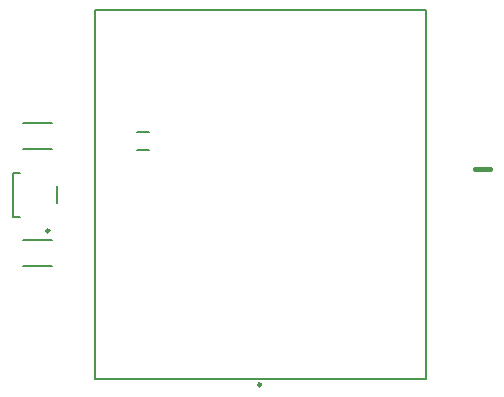
<source format=gbo>
G04*
G04 #@! TF.GenerationSoftware,Altium Limited,Altium Designer,25.0.2 (28)*
G04*
G04 Layer_Color=32896*
%FSLAX44Y44*%
%MOMM*%
G71*
G04*
G04 #@! TF.SameCoordinates,16F35CEF-FA67-4110-AEDA-BA59390F761F*
G04*
G04*
G04 #@! TF.FilePolarity,Positive*
G04*
G01*
G75*
%ADD11C,0.2500*%
%ADD12C,0.2000*%
%ADD72C,0.4000*%
D11*
X1149670Y758170D02*
G03*
X1149670Y758170I-1250J0D01*
G01*
X1328920Y627920D02*
G03*
X1328920Y627920I-1250J0D01*
G01*
D12*
X1119170Y770170D02*
X1124920D01*
X1119170D02*
Y807170D01*
X1124920D01*
X1156670Y781420D02*
Y795920D01*
X1224360Y841890D02*
X1234360D01*
X1224360Y826890D02*
X1234360D01*
X1127709Y849000D02*
X1152291D01*
X1127709Y827000D02*
X1152291D01*
X1127709Y728000D02*
X1152291D01*
X1127709Y750000D02*
X1152291D01*
X1188370Y632620D02*
X1468470D01*
X1188370D02*
Y944720D01*
X1468470D01*
Y632620D02*
Y944720D01*
D72*
X1510130Y810500D02*
X1522630D01*
M02*

</source>
